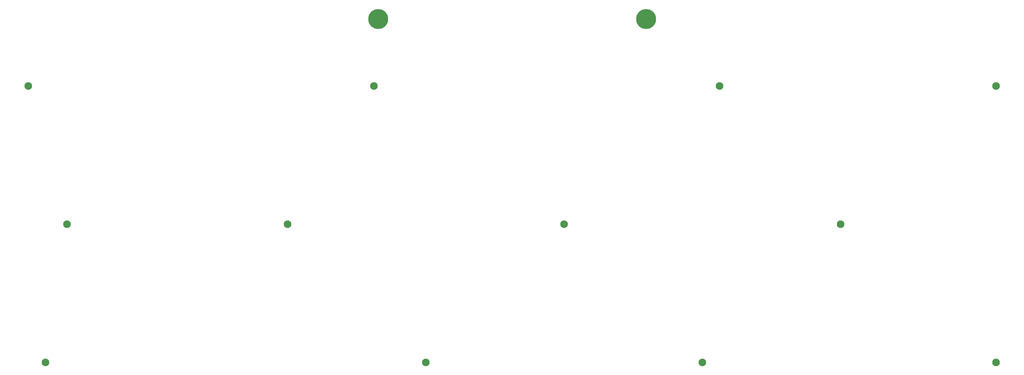
<source format=gbr>
%TF.GenerationSoftware,KiCad,Pcbnew,(6.0.7-1)-1*%
%TF.CreationDate,2022-09-28T22:03:46+09:00*%
%TF.ProjectId,tc69,74633639-2e6b-4696-9361-645f70636258,rev?*%
%TF.SameCoordinates,Original*%
%TF.FileFunction,Soldermask,Top*%
%TF.FilePolarity,Negative*%
%FSLAX46Y46*%
G04 Gerber Fmt 4.6, Leading zero omitted, Abs format (unit mm)*
G04 Created by KiCad (PCBNEW (6.0.7-1)-1) date 2022-09-28 22:03:46*
%MOMM*%
%LPD*%
G01*
G04 APERTURE LIST*
%ADD10C,2.100000*%
%ADD11C,5.500000*%
G04 APERTURE END LIST*
D10*
%TO.C,REF\u002A\u002A*%
X13692199Y-47029727D03*
%TD*%
%TO.C,REF\u002A\u002A*%
X18454703Y-123229791D03*
%TD*%
%TO.C,REF\u002A\u002A*%
X237529887Y-85129759D03*
%TD*%
D11*
%TO.C,REF\u002A\u002A*%
X183951717Y-28575024D03*
%TD*%
%TO.C,REF\u002A\u002A*%
X110132905Y-28575024D03*
%TD*%
D10*
%TO.C,REF\u002A\u002A*%
X199430525Y-123229791D03*
%TD*%
%TO.C,REF\u002A\u002A*%
X280392423Y-47029727D03*
%TD*%
%TO.C,REF\u002A\u002A*%
X161329823Y-85129759D03*
%TD*%
%TO.C,REF\u002A\u002A*%
X85129759Y-85129759D03*
%TD*%
%TO.C,REF\u002A\u002A*%
X108942279Y-47029727D03*
%TD*%
%TO.C,REF\u002A\u002A*%
X280392423Y-123229791D03*
%TD*%
%TO.C,REF\u002A\u002A*%
X123229791Y-123229791D03*
%TD*%
%TO.C,REF\u002A\u002A*%
X24407833Y-85129759D03*
%TD*%
%TO.C,REF\u002A\u002A*%
X204192359Y-47029727D03*
%TD*%
M02*

</source>
